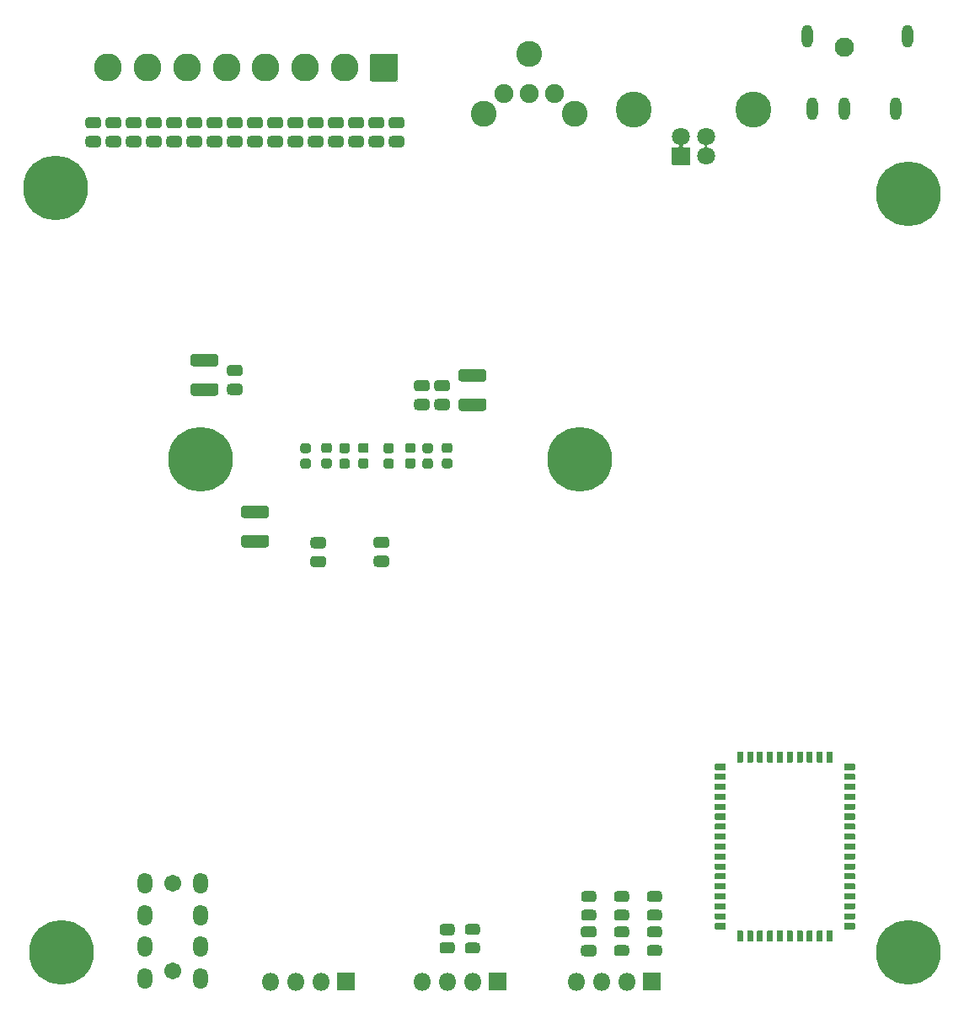
<source format=gbr>
G04 #@! TF.GenerationSoftware,KiCad,Pcbnew,5.1.9*
G04 #@! TF.CreationDate,2021-03-28T19:34:58+08:00*
G04 #@! TF.ProjectId,digital-amplifier2,64696769-7461-46c2-9d61-6d706c696669,rev?*
G04 #@! TF.SameCoordinates,Original*
G04 #@! TF.FileFunction,Soldermask,Bot*
G04 #@! TF.FilePolarity,Negative*
%FSLAX46Y46*%
G04 Gerber Fmt 4.6, Leading zero omitted, Abs format (unit mm)*
G04 Created by KiCad (PCBNEW 5.1.9) date 2021-03-28 19:34:58*
%MOMM*%
%LPD*%
G01*
G04 APERTURE LIST*
%ADD10C,6.502000*%
%ADD11O,1.502000X2.102000*%
%ADD12C,1.702000*%
%ADD13C,1.902000*%
%ADD14C,2.602000*%
%ADD15C,2.802000*%
%ADD16O,1.802000X1.802000*%
%ADD17C,3.602000*%
%ADD18C,1.802000*%
%ADD19C,1.952000*%
%ADD20O,1.102000X2.302000*%
%ADD21C,0.100000*%
G04 APERTURE END LIST*
G36*
G01*
X120353000Y-141998000D02*
X120353000Y-141498000D01*
G75*
G02*
X120404000Y-141447000I51000J0D01*
G01*
X121404000Y-141447000D01*
G75*
G02*
X121455000Y-141498000I0J-51000D01*
G01*
X121455000Y-141998000D01*
G75*
G02*
X121404000Y-142049000I-51000J0D01*
G01*
X120404000Y-142049000D01*
G75*
G02*
X120353000Y-141998000I0J51000D01*
G01*
G37*
G36*
G01*
X120353000Y-140998000D02*
X120353000Y-140498000D01*
G75*
G02*
X120404000Y-140447000I51000J0D01*
G01*
X121404000Y-140447000D01*
G75*
G02*
X121455000Y-140498000I0J-51000D01*
G01*
X121455000Y-140998000D01*
G75*
G02*
X121404000Y-141049000I-51000J0D01*
G01*
X120404000Y-141049000D01*
G75*
G02*
X120353000Y-140998000I0J51000D01*
G01*
G37*
G36*
G01*
X120353000Y-139998000D02*
X120353000Y-139498000D01*
G75*
G02*
X120404000Y-139447000I51000J0D01*
G01*
X121404000Y-139447000D01*
G75*
G02*
X121455000Y-139498000I0J-51000D01*
G01*
X121455000Y-139998000D01*
G75*
G02*
X121404000Y-140049000I-51000J0D01*
G01*
X120404000Y-140049000D01*
G75*
G02*
X120353000Y-139998000I0J51000D01*
G01*
G37*
G36*
G01*
X120353000Y-138998000D02*
X120353000Y-138498000D01*
G75*
G02*
X120404000Y-138447000I51000J0D01*
G01*
X121404000Y-138447000D01*
G75*
G02*
X121455000Y-138498000I0J-51000D01*
G01*
X121455000Y-138998000D01*
G75*
G02*
X121404000Y-139049000I-51000J0D01*
G01*
X120404000Y-139049000D01*
G75*
G02*
X120353000Y-138998000I0J51000D01*
G01*
G37*
G36*
G01*
X120353000Y-137998000D02*
X120353000Y-137498000D01*
G75*
G02*
X120404000Y-137447000I51000J0D01*
G01*
X121404000Y-137447000D01*
G75*
G02*
X121455000Y-137498000I0J-51000D01*
G01*
X121455000Y-137998000D01*
G75*
G02*
X121404000Y-138049000I-51000J0D01*
G01*
X120404000Y-138049000D01*
G75*
G02*
X120353000Y-137998000I0J51000D01*
G01*
G37*
G36*
G01*
X120353000Y-136998000D02*
X120353000Y-136498000D01*
G75*
G02*
X120404000Y-136447000I51000J0D01*
G01*
X121404000Y-136447000D01*
G75*
G02*
X121455000Y-136498000I0J-51000D01*
G01*
X121455000Y-136998000D01*
G75*
G02*
X121404000Y-137049000I-51000J0D01*
G01*
X120404000Y-137049000D01*
G75*
G02*
X120353000Y-136998000I0J51000D01*
G01*
G37*
G36*
G01*
X120353000Y-135998000D02*
X120353000Y-135498000D01*
G75*
G02*
X120404000Y-135447000I51000J0D01*
G01*
X121404000Y-135447000D01*
G75*
G02*
X121455000Y-135498000I0J-51000D01*
G01*
X121455000Y-135998000D01*
G75*
G02*
X121404000Y-136049000I-51000J0D01*
G01*
X120404000Y-136049000D01*
G75*
G02*
X120353000Y-135998000I0J51000D01*
G01*
G37*
G36*
G01*
X120353000Y-134998000D02*
X120353000Y-134498000D01*
G75*
G02*
X120404000Y-134447000I51000J0D01*
G01*
X121404000Y-134447000D01*
G75*
G02*
X121455000Y-134498000I0J-51000D01*
G01*
X121455000Y-134998000D01*
G75*
G02*
X121404000Y-135049000I-51000J0D01*
G01*
X120404000Y-135049000D01*
G75*
G02*
X120353000Y-134998000I0J51000D01*
G01*
G37*
G36*
G01*
X120353000Y-133998000D02*
X120353000Y-133498000D01*
G75*
G02*
X120404000Y-133447000I51000J0D01*
G01*
X121404000Y-133447000D01*
G75*
G02*
X121455000Y-133498000I0J-51000D01*
G01*
X121455000Y-133998000D01*
G75*
G02*
X121404000Y-134049000I-51000J0D01*
G01*
X120404000Y-134049000D01*
G75*
G02*
X120353000Y-133998000I0J51000D01*
G01*
G37*
G36*
G01*
X120353000Y-132998000D02*
X120353000Y-132498000D01*
G75*
G02*
X120404000Y-132447000I51000J0D01*
G01*
X121404000Y-132447000D01*
G75*
G02*
X121455000Y-132498000I0J-51000D01*
G01*
X121455000Y-132998000D01*
G75*
G02*
X121404000Y-133049000I-51000J0D01*
G01*
X120404000Y-133049000D01*
G75*
G02*
X120353000Y-132998000I0J51000D01*
G01*
G37*
G36*
G01*
X120353000Y-131998000D02*
X120353000Y-131498000D01*
G75*
G02*
X120404000Y-131447000I51000J0D01*
G01*
X121404000Y-131447000D01*
G75*
G02*
X121455000Y-131498000I0J-51000D01*
G01*
X121455000Y-131998000D01*
G75*
G02*
X121404000Y-132049000I-51000J0D01*
G01*
X120404000Y-132049000D01*
G75*
G02*
X120353000Y-131998000I0J51000D01*
G01*
G37*
G36*
G01*
X120353000Y-130998000D02*
X120353000Y-130498000D01*
G75*
G02*
X120404000Y-130447000I51000J0D01*
G01*
X121404000Y-130447000D01*
G75*
G02*
X121455000Y-130498000I0J-51000D01*
G01*
X121455000Y-130998000D01*
G75*
G02*
X121404000Y-131049000I-51000J0D01*
G01*
X120404000Y-131049000D01*
G75*
G02*
X120353000Y-130998000I0J51000D01*
G01*
G37*
G36*
G01*
X120353000Y-129998000D02*
X120353000Y-129498000D01*
G75*
G02*
X120404000Y-129447000I51000J0D01*
G01*
X121404000Y-129447000D01*
G75*
G02*
X121455000Y-129498000I0J-51000D01*
G01*
X121455000Y-129998000D01*
G75*
G02*
X121404000Y-130049000I-51000J0D01*
G01*
X120404000Y-130049000D01*
G75*
G02*
X120353000Y-129998000I0J51000D01*
G01*
G37*
G36*
G01*
X120353000Y-128998000D02*
X120353000Y-128498000D01*
G75*
G02*
X120404000Y-128447000I51000J0D01*
G01*
X121404000Y-128447000D01*
G75*
G02*
X121455000Y-128498000I0J-51000D01*
G01*
X121455000Y-128998000D01*
G75*
G02*
X121404000Y-129049000I-51000J0D01*
G01*
X120404000Y-129049000D01*
G75*
G02*
X120353000Y-128998000I0J51000D01*
G01*
G37*
G36*
G01*
X120353000Y-127998000D02*
X120353000Y-127498000D01*
G75*
G02*
X120404000Y-127447000I51000J0D01*
G01*
X121404000Y-127447000D01*
G75*
G02*
X121455000Y-127498000I0J-51000D01*
G01*
X121455000Y-127998000D01*
G75*
G02*
X121404000Y-128049000I-51000J0D01*
G01*
X120404000Y-128049000D01*
G75*
G02*
X120353000Y-127998000I0J51000D01*
G01*
G37*
G36*
G01*
X120353000Y-126998000D02*
X120353000Y-126498000D01*
G75*
G02*
X120404000Y-126447000I51000J0D01*
G01*
X121404000Y-126447000D01*
G75*
G02*
X121455000Y-126498000I0J-51000D01*
G01*
X121455000Y-126998000D01*
G75*
G02*
X121404000Y-127049000I-51000J0D01*
G01*
X120404000Y-127049000D01*
G75*
G02*
X120353000Y-126998000I0J51000D01*
G01*
G37*
G36*
G01*
X120353000Y-125998000D02*
X120353000Y-125498000D01*
G75*
G02*
X120404000Y-125447000I51000J0D01*
G01*
X121404000Y-125447000D01*
G75*
G02*
X121455000Y-125498000I0J-51000D01*
G01*
X121455000Y-125998000D01*
G75*
G02*
X121404000Y-126049000I-51000J0D01*
G01*
X120404000Y-126049000D01*
G75*
G02*
X120353000Y-125998000I0J51000D01*
G01*
G37*
G36*
G01*
X122603000Y-125248000D02*
X122603000Y-124248000D01*
G75*
G02*
X122654000Y-124197000I51000J0D01*
G01*
X123154000Y-124197000D01*
G75*
G02*
X123205000Y-124248000I0J-51000D01*
G01*
X123205000Y-125248000D01*
G75*
G02*
X123154000Y-125299000I-51000J0D01*
G01*
X122654000Y-125299000D01*
G75*
G02*
X122603000Y-125248000I0J51000D01*
G01*
G37*
G36*
G01*
X123603000Y-125248000D02*
X123603000Y-124248000D01*
G75*
G02*
X123654000Y-124197000I51000J0D01*
G01*
X124154000Y-124197000D01*
G75*
G02*
X124205000Y-124248000I0J-51000D01*
G01*
X124205000Y-125248000D01*
G75*
G02*
X124154000Y-125299000I-51000J0D01*
G01*
X123654000Y-125299000D01*
G75*
G02*
X123603000Y-125248000I0J51000D01*
G01*
G37*
G36*
G01*
X124603000Y-125248000D02*
X124603000Y-124248000D01*
G75*
G02*
X124654000Y-124197000I51000J0D01*
G01*
X125154000Y-124197000D01*
G75*
G02*
X125205000Y-124248000I0J-51000D01*
G01*
X125205000Y-125248000D01*
G75*
G02*
X125154000Y-125299000I-51000J0D01*
G01*
X124654000Y-125299000D01*
G75*
G02*
X124603000Y-125248000I0J51000D01*
G01*
G37*
G36*
G01*
X125603000Y-125248000D02*
X125603000Y-124248000D01*
G75*
G02*
X125654000Y-124197000I51000J0D01*
G01*
X126154000Y-124197000D01*
G75*
G02*
X126205000Y-124248000I0J-51000D01*
G01*
X126205000Y-125248000D01*
G75*
G02*
X126154000Y-125299000I-51000J0D01*
G01*
X125654000Y-125299000D01*
G75*
G02*
X125603000Y-125248000I0J51000D01*
G01*
G37*
G36*
G01*
X126603000Y-125248000D02*
X126603000Y-124248000D01*
G75*
G02*
X126654000Y-124197000I51000J0D01*
G01*
X127154000Y-124197000D01*
G75*
G02*
X127205000Y-124248000I0J-51000D01*
G01*
X127205000Y-125248000D01*
G75*
G02*
X127154000Y-125299000I-51000J0D01*
G01*
X126654000Y-125299000D01*
G75*
G02*
X126603000Y-125248000I0J51000D01*
G01*
G37*
G36*
G01*
X127603000Y-125248000D02*
X127603000Y-124248000D01*
G75*
G02*
X127654000Y-124197000I51000J0D01*
G01*
X128154000Y-124197000D01*
G75*
G02*
X128205000Y-124248000I0J-51000D01*
G01*
X128205000Y-125248000D01*
G75*
G02*
X128154000Y-125299000I-51000J0D01*
G01*
X127654000Y-125299000D01*
G75*
G02*
X127603000Y-125248000I0J51000D01*
G01*
G37*
G36*
G01*
X128603000Y-125248000D02*
X128603000Y-124248000D01*
G75*
G02*
X128654000Y-124197000I51000J0D01*
G01*
X129154000Y-124197000D01*
G75*
G02*
X129205000Y-124248000I0J-51000D01*
G01*
X129205000Y-125248000D01*
G75*
G02*
X129154000Y-125299000I-51000J0D01*
G01*
X128654000Y-125299000D01*
G75*
G02*
X128603000Y-125248000I0J51000D01*
G01*
G37*
G36*
G01*
X129603000Y-125248000D02*
X129603000Y-124248000D01*
G75*
G02*
X129654000Y-124197000I51000J0D01*
G01*
X130154000Y-124197000D01*
G75*
G02*
X130205000Y-124248000I0J-51000D01*
G01*
X130205000Y-125248000D01*
G75*
G02*
X130154000Y-125299000I-51000J0D01*
G01*
X129654000Y-125299000D01*
G75*
G02*
X129603000Y-125248000I0J51000D01*
G01*
G37*
G36*
G01*
X130603000Y-125248000D02*
X130603000Y-124248000D01*
G75*
G02*
X130654000Y-124197000I51000J0D01*
G01*
X131154000Y-124197000D01*
G75*
G02*
X131205000Y-124248000I0J-51000D01*
G01*
X131205000Y-125248000D01*
G75*
G02*
X131154000Y-125299000I-51000J0D01*
G01*
X130654000Y-125299000D01*
G75*
G02*
X130603000Y-125248000I0J51000D01*
G01*
G37*
G36*
G01*
X131603000Y-125248000D02*
X131603000Y-124248000D01*
G75*
G02*
X131654000Y-124197000I51000J0D01*
G01*
X132154000Y-124197000D01*
G75*
G02*
X132205000Y-124248000I0J-51000D01*
G01*
X132205000Y-125248000D01*
G75*
G02*
X132154000Y-125299000I-51000J0D01*
G01*
X131654000Y-125299000D01*
G75*
G02*
X131603000Y-125248000I0J51000D01*
G01*
G37*
G36*
G01*
X131603000Y-143248000D02*
X131603000Y-142248000D01*
G75*
G02*
X131654000Y-142197000I51000J0D01*
G01*
X132154000Y-142197000D01*
G75*
G02*
X132205000Y-142248000I0J-51000D01*
G01*
X132205000Y-143248000D01*
G75*
G02*
X132154000Y-143299000I-51000J0D01*
G01*
X131654000Y-143299000D01*
G75*
G02*
X131603000Y-143248000I0J51000D01*
G01*
G37*
G36*
G01*
X124603000Y-143248000D02*
X124603000Y-142248000D01*
G75*
G02*
X124654000Y-142197000I51000J0D01*
G01*
X125154000Y-142197000D01*
G75*
G02*
X125205000Y-142248000I0J-51000D01*
G01*
X125205000Y-143248000D01*
G75*
G02*
X125154000Y-143299000I-51000J0D01*
G01*
X124654000Y-143299000D01*
G75*
G02*
X124603000Y-143248000I0J51000D01*
G01*
G37*
G36*
G01*
X127603000Y-143248000D02*
X127603000Y-142248000D01*
G75*
G02*
X127654000Y-142197000I51000J0D01*
G01*
X128154000Y-142197000D01*
G75*
G02*
X128205000Y-142248000I0J-51000D01*
G01*
X128205000Y-143248000D01*
G75*
G02*
X128154000Y-143299000I-51000J0D01*
G01*
X127654000Y-143299000D01*
G75*
G02*
X127603000Y-143248000I0J51000D01*
G01*
G37*
G36*
G01*
X125603000Y-143248000D02*
X125603000Y-142248000D01*
G75*
G02*
X125654000Y-142197000I51000J0D01*
G01*
X126154000Y-142197000D01*
G75*
G02*
X126205000Y-142248000I0J-51000D01*
G01*
X126205000Y-143248000D01*
G75*
G02*
X126154000Y-143299000I-51000J0D01*
G01*
X125654000Y-143299000D01*
G75*
G02*
X125603000Y-143248000I0J51000D01*
G01*
G37*
G36*
G01*
X130603000Y-143248000D02*
X130603000Y-142248000D01*
G75*
G02*
X130654000Y-142197000I51000J0D01*
G01*
X131154000Y-142197000D01*
G75*
G02*
X131205000Y-142248000I0J-51000D01*
G01*
X131205000Y-143248000D01*
G75*
G02*
X131154000Y-143299000I-51000J0D01*
G01*
X130654000Y-143299000D01*
G75*
G02*
X130603000Y-143248000I0J51000D01*
G01*
G37*
G36*
G01*
X126603000Y-143248000D02*
X126603000Y-142248000D01*
G75*
G02*
X126654000Y-142197000I51000J0D01*
G01*
X127154000Y-142197000D01*
G75*
G02*
X127205000Y-142248000I0J-51000D01*
G01*
X127205000Y-143248000D01*
G75*
G02*
X127154000Y-143299000I-51000J0D01*
G01*
X126654000Y-143299000D01*
G75*
G02*
X126603000Y-143248000I0J51000D01*
G01*
G37*
G36*
G01*
X123603000Y-143248000D02*
X123603000Y-142248000D01*
G75*
G02*
X123654000Y-142197000I51000J0D01*
G01*
X124154000Y-142197000D01*
G75*
G02*
X124205000Y-142248000I0J-51000D01*
G01*
X124205000Y-143248000D01*
G75*
G02*
X124154000Y-143299000I-51000J0D01*
G01*
X123654000Y-143299000D01*
G75*
G02*
X123603000Y-143248000I0J51000D01*
G01*
G37*
G36*
G01*
X128603000Y-143248000D02*
X128603000Y-142248000D01*
G75*
G02*
X128654000Y-142197000I51000J0D01*
G01*
X129154000Y-142197000D01*
G75*
G02*
X129205000Y-142248000I0J-51000D01*
G01*
X129205000Y-143248000D01*
G75*
G02*
X129154000Y-143299000I-51000J0D01*
G01*
X128654000Y-143299000D01*
G75*
G02*
X128603000Y-143248000I0J51000D01*
G01*
G37*
G36*
G01*
X129603000Y-143248000D02*
X129603000Y-142248000D01*
G75*
G02*
X129654000Y-142197000I51000J0D01*
G01*
X130154000Y-142197000D01*
G75*
G02*
X130205000Y-142248000I0J-51000D01*
G01*
X130205000Y-143248000D01*
G75*
G02*
X130154000Y-143299000I-51000J0D01*
G01*
X129654000Y-143299000D01*
G75*
G02*
X129603000Y-143248000I0J51000D01*
G01*
G37*
G36*
G01*
X122603000Y-143248000D02*
X122603000Y-142248000D01*
G75*
G02*
X122654000Y-142197000I51000J0D01*
G01*
X123154000Y-142197000D01*
G75*
G02*
X123205000Y-142248000I0J-51000D01*
G01*
X123205000Y-143248000D01*
G75*
G02*
X123154000Y-143299000I-51000J0D01*
G01*
X122654000Y-143299000D01*
G75*
G02*
X122603000Y-143248000I0J51000D01*
G01*
G37*
G36*
G01*
X133353000Y-130998000D02*
X133353000Y-130498000D01*
G75*
G02*
X133404000Y-130447000I51000J0D01*
G01*
X134404000Y-130447000D01*
G75*
G02*
X134455000Y-130498000I0J-51000D01*
G01*
X134455000Y-130998000D01*
G75*
G02*
X134404000Y-131049000I-51000J0D01*
G01*
X133404000Y-131049000D01*
G75*
G02*
X133353000Y-130998000I0J51000D01*
G01*
G37*
G36*
G01*
X133353000Y-126998000D02*
X133353000Y-126498000D01*
G75*
G02*
X133404000Y-126447000I51000J0D01*
G01*
X134404000Y-126447000D01*
G75*
G02*
X134455000Y-126498000I0J-51000D01*
G01*
X134455000Y-126998000D01*
G75*
G02*
X134404000Y-127049000I-51000J0D01*
G01*
X133404000Y-127049000D01*
G75*
G02*
X133353000Y-126998000I0J51000D01*
G01*
G37*
G36*
G01*
X133353000Y-138998000D02*
X133353000Y-138498000D01*
G75*
G02*
X133404000Y-138447000I51000J0D01*
G01*
X134404000Y-138447000D01*
G75*
G02*
X134455000Y-138498000I0J-51000D01*
G01*
X134455000Y-138998000D01*
G75*
G02*
X134404000Y-139049000I-51000J0D01*
G01*
X133404000Y-139049000D01*
G75*
G02*
X133353000Y-138998000I0J51000D01*
G01*
G37*
G36*
G01*
X133353000Y-137998000D02*
X133353000Y-137498000D01*
G75*
G02*
X133404000Y-137447000I51000J0D01*
G01*
X134404000Y-137447000D01*
G75*
G02*
X134455000Y-137498000I0J-51000D01*
G01*
X134455000Y-137998000D01*
G75*
G02*
X134404000Y-138049000I-51000J0D01*
G01*
X133404000Y-138049000D01*
G75*
G02*
X133353000Y-137998000I0J51000D01*
G01*
G37*
G36*
G01*
X133353000Y-140998000D02*
X133353000Y-140498000D01*
G75*
G02*
X133404000Y-140447000I51000J0D01*
G01*
X134404000Y-140447000D01*
G75*
G02*
X134455000Y-140498000I0J-51000D01*
G01*
X134455000Y-140998000D01*
G75*
G02*
X134404000Y-141049000I-51000J0D01*
G01*
X133404000Y-141049000D01*
G75*
G02*
X133353000Y-140998000I0J51000D01*
G01*
G37*
G36*
G01*
X133353000Y-135998000D02*
X133353000Y-135498000D01*
G75*
G02*
X133404000Y-135447000I51000J0D01*
G01*
X134404000Y-135447000D01*
G75*
G02*
X134455000Y-135498000I0J-51000D01*
G01*
X134455000Y-135998000D01*
G75*
G02*
X134404000Y-136049000I-51000J0D01*
G01*
X133404000Y-136049000D01*
G75*
G02*
X133353000Y-135998000I0J51000D01*
G01*
G37*
G36*
G01*
X133353000Y-131998000D02*
X133353000Y-131498000D01*
G75*
G02*
X133404000Y-131447000I51000J0D01*
G01*
X134404000Y-131447000D01*
G75*
G02*
X134455000Y-131498000I0J-51000D01*
G01*
X134455000Y-131998000D01*
G75*
G02*
X134404000Y-132049000I-51000J0D01*
G01*
X133404000Y-132049000D01*
G75*
G02*
X133353000Y-131998000I0J51000D01*
G01*
G37*
G36*
G01*
X133353000Y-128998000D02*
X133353000Y-128498000D01*
G75*
G02*
X133404000Y-128447000I51000J0D01*
G01*
X134404000Y-128447000D01*
G75*
G02*
X134455000Y-128498000I0J-51000D01*
G01*
X134455000Y-128998000D01*
G75*
G02*
X134404000Y-129049000I-51000J0D01*
G01*
X133404000Y-129049000D01*
G75*
G02*
X133353000Y-128998000I0J51000D01*
G01*
G37*
G36*
G01*
X133353000Y-139998000D02*
X133353000Y-139498000D01*
G75*
G02*
X133404000Y-139447000I51000J0D01*
G01*
X134404000Y-139447000D01*
G75*
G02*
X134455000Y-139498000I0J-51000D01*
G01*
X134455000Y-139998000D01*
G75*
G02*
X134404000Y-140049000I-51000J0D01*
G01*
X133404000Y-140049000D01*
G75*
G02*
X133353000Y-139998000I0J51000D01*
G01*
G37*
G36*
G01*
X133353000Y-127998000D02*
X133353000Y-127498000D01*
G75*
G02*
X133404000Y-127447000I51000J0D01*
G01*
X134404000Y-127447000D01*
G75*
G02*
X134455000Y-127498000I0J-51000D01*
G01*
X134455000Y-127998000D01*
G75*
G02*
X134404000Y-128049000I-51000J0D01*
G01*
X133404000Y-128049000D01*
G75*
G02*
X133353000Y-127998000I0J51000D01*
G01*
G37*
G36*
G01*
X133353000Y-136998000D02*
X133353000Y-136498000D01*
G75*
G02*
X133404000Y-136447000I51000J0D01*
G01*
X134404000Y-136447000D01*
G75*
G02*
X134455000Y-136498000I0J-51000D01*
G01*
X134455000Y-136998000D01*
G75*
G02*
X134404000Y-137049000I-51000J0D01*
G01*
X133404000Y-137049000D01*
G75*
G02*
X133353000Y-136998000I0J51000D01*
G01*
G37*
G36*
G01*
X133353000Y-134998000D02*
X133353000Y-134498000D01*
G75*
G02*
X133404000Y-134447000I51000J0D01*
G01*
X134404000Y-134447000D01*
G75*
G02*
X134455000Y-134498000I0J-51000D01*
G01*
X134455000Y-134998000D01*
G75*
G02*
X134404000Y-135049000I-51000J0D01*
G01*
X133404000Y-135049000D01*
G75*
G02*
X133353000Y-134998000I0J51000D01*
G01*
G37*
G36*
G01*
X133353000Y-141998000D02*
X133353000Y-141498000D01*
G75*
G02*
X133404000Y-141447000I51000J0D01*
G01*
X134404000Y-141447000D01*
G75*
G02*
X134455000Y-141498000I0J-51000D01*
G01*
X134455000Y-141998000D01*
G75*
G02*
X134404000Y-142049000I-51000J0D01*
G01*
X133404000Y-142049000D01*
G75*
G02*
X133353000Y-141998000I0J51000D01*
G01*
G37*
G36*
G01*
X133353000Y-133998000D02*
X133353000Y-133498000D01*
G75*
G02*
X133404000Y-133447000I51000J0D01*
G01*
X134404000Y-133447000D01*
G75*
G02*
X134455000Y-133498000I0J-51000D01*
G01*
X134455000Y-133998000D01*
G75*
G02*
X134404000Y-134049000I-51000J0D01*
G01*
X133404000Y-134049000D01*
G75*
G02*
X133353000Y-133998000I0J51000D01*
G01*
G37*
G36*
G01*
X133353000Y-132998000D02*
X133353000Y-132498000D01*
G75*
G02*
X133404000Y-132447000I51000J0D01*
G01*
X134404000Y-132447000D01*
G75*
G02*
X134455000Y-132498000I0J-51000D01*
G01*
X134455000Y-132998000D01*
G75*
G02*
X134404000Y-133049000I-51000J0D01*
G01*
X133404000Y-133049000D01*
G75*
G02*
X133353000Y-132998000I0J51000D01*
G01*
G37*
G36*
G01*
X133353000Y-125998000D02*
X133353000Y-125498000D01*
G75*
G02*
X133404000Y-125447000I51000J0D01*
G01*
X134404000Y-125447000D01*
G75*
G02*
X134455000Y-125498000I0J-51000D01*
G01*
X134455000Y-125998000D01*
G75*
G02*
X134404000Y-126049000I-51000J0D01*
G01*
X133404000Y-126049000D01*
G75*
G02*
X133353000Y-125998000I0J51000D01*
G01*
G37*
G36*
G01*
X133353000Y-129998000D02*
X133353000Y-129498000D01*
G75*
G02*
X133404000Y-129447000I51000J0D01*
G01*
X134404000Y-129447000D01*
G75*
G02*
X134455000Y-129498000I0J-51000D01*
G01*
X134455000Y-129998000D01*
G75*
G02*
X134404000Y-130049000I-51000J0D01*
G01*
X133404000Y-130049000D01*
G75*
G02*
X133353000Y-129998000I0J51000D01*
G01*
G37*
D10*
X106807000Y-94869000D03*
X68707000Y-94869000D03*
D11*
X63107000Y-147014000D03*
X63107000Y-143814000D03*
X63107000Y-140614000D03*
X63107000Y-137414000D03*
D12*
X65907000Y-137414000D03*
X65907000Y-146214000D03*
D11*
X68707000Y-143814000D03*
X68707000Y-140614000D03*
X68707000Y-137414000D03*
X68707000Y-147014000D03*
D13*
X104267000Y-58087250D03*
X99187000Y-58087250D03*
X101727000Y-58087250D03*
D14*
X101727000Y-54137250D03*
X97127000Y-60137250D03*
X106327000Y-60137250D03*
G36*
G01*
X92995876Y-143351000D02*
X93948124Y-143351000D01*
G75*
G02*
X94223000Y-143625876I0J-274876D01*
G01*
X94223000Y-144203124D01*
G75*
G02*
X93948124Y-144478000I-274876J0D01*
G01*
X92995876Y-144478000D01*
G75*
G02*
X92721000Y-144203124I0J274876D01*
G01*
X92721000Y-143625876D01*
G75*
G02*
X92995876Y-143351000I274876J0D01*
G01*
G37*
G36*
G01*
X92995876Y-141526000D02*
X93948124Y-141526000D01*
G75*
G02*
X94223000Y-141800876I0J-274876D01*
G01*
X94223000Y-142378124D01*
G75*
G02*
X93948124Y-142653000I-274876J0D01*
G01*
X92995876Y-142653000D01*
G75*
G02*
X92721000Y-142378124I0J274876D01*
G01*
X92721000Y-141800876D01*
G75*
G02*
X92995876Y-141526000I274876J0D01*
G01*
G37*
D15*
X59402000Y-55499000D03*
X63362000Y-55499000D03*
X67322000Y-55499000D03*
X71282000Y-55499000D03*
X75242000Y-55499000D03*
X79202000Y-55499000D03*
X83162000Y-55499000D03*
G36*
G01*
X88523000Y-54357445D02*
X88523000Y-56640555D01*
G75*
G02*
X88263555Y-56900000I-259445J0D01*
G01*
X85980445Y-56900000D01*
G75*
G02*
X85721000Y-56640555I0J259445D01*
G01*
X85721000Y-54357445D01*
G75*
G02*
X85980445Y-54098000I259445J0D01*
G01*
X88263555Y-54098000D01*
G75*
G02*
X88523000Y-54357445I0J-259445D01*
G01*
G37*
D16*
X75692000Y-147320000D03*
X78232000Y-147320000D03*
X80772000Y-147320000D03*
G36*
G01*
X82462000Y-146419000D02*
X84162000Y-146419000D01*
G75*
G02*
X84213000Y-146470000I0J-51000D01*
G01*
X84213000Y-148170000D01*
G75*
G02*
X84162000Y-148221000I-51000J0D01*
G01*
X82462000Y-148221000D01*
G75*
G02*
X82411000Y-148170000I0J51000D01*
G01*
X82411000Y-146470000D01*
G75*
G02*
X82462000Y-146419000I51000J0D01*
G01*
G37*
X106426000Y-147320000D03*
X108966000Y-147320000D03*
X111506000Y-147320000D03*
G36*
G01*
X113196000Y-146419000D02*
X114896000Y-146419000D01*
G75*
G02*
X114947000Y-146470000I0J-51000D01*
G01*
X114947000Y-148170000D01*
G75*
G02*
X114896000Y-148221000I-51000J0D01*
G01*
X113196000Y-148221000D01*
G75*
G02*
X113145000Y-148170000I0J51000D01*
G01*
X113145000Y-146470000D01*
G75*
G02*
X113196000Y-146419000I51000J0D01*
G01*
G37*
D17*
X124237000Y-59679000D03*
X112197000Y-59679000D03*
D18*
X116967000Y-62389000D03*
X119467000Y-62389000D03*
X119467000Y-64389000D03*
G36*
G01*
X117817000Y-65290000D02*
X116117000Y-65290000D01*
G75*
G02*
X116066000Y-65239000I0J51000D01*
G01*
X116066000Y-63539000D01*
G75*
G02*
X116117000Y-63488000I51000J0D01*
G01*
X117817000Y-63488000D01*
G75*
G02*
X117868000Y-63539000I0J-51000D01*
G01*
X117868000Y-65239000D01*
G75*
G02*
X117817000Y-65290000I-51000J0D01*
G01*
G37*
D16*
X90932000Y-147320000D03*
X93472000Y-147320000D03*
X96012000Y-147320000D03*
G36*
G01*
X97702000Y-146419000D02*
X99402000Y-146419000D01*
G75*
G02*
X99453000Y-146470000I0J-51000D01*
G01*
X99453000Y-148170000D01*
G75*
G02*
X99402000Y-148221000I-51000J0D01*
G01*
X97702000Y-148221000D01*
G75*
G02*
X97651000Y-148170000I0J51000D01*
G01*
X97651000Y-146470000D01*
G75*
G02*
X97702000Y-146419000I51000J0D01*
G01*
G37*
G36*
G01*
X86367500Y-104539000D02*
X87368500Y-104539000D01*
G75*
G02*
X87644000Y-104814500I0J-275500D01*
G01*
X87644000Y-105365500D01*
G75*
G02*
X87368500Y-105641000I-275500J0D01*
G01*
X86367500Y-105641000D01*
G75*
G02*
X86092000Y-105365500I0J275500D01*
G01*
X86092000Y-104814500D01*
G75*
G02*
X86367500Y-104539000I275500J0D01*
G01*
G37*
G36*
G01*
X86367500Y-102639000D02*
X87368500Y-102639000D01*
G75*
G02*
X87644000Y-102914500I0J-275500D01*
G01*
X87644000Y-103465500D01*
G75*
G02*
X87368500Y-103741000I-275500J0D01*
G01*
X86367500Y-103741000D01*
G75*
G02*
X86092000Y-103465500I0J275500D01*
G01*
X86092000Y-102914500D01*
G75*
G02*
X86367500Y-102639000I275500J0D01*
G01*
G37*
G36*
G01*
X81018500Y-103778001D02*
X80017500Y-103778001D01*
G75*
G02*
X79742000Y-103502501I0J275500D01*
G01*
X79742000Y-102951501D01*
G75*
G02*
X80017500Y-102676001I275500J0D01*
G01*
X81018500Y-102676001D01*
G75*
G02*
X81294000Y-102951501I0J-275500D01*
G01*
X81294000Y-103502501D01*
G75*
G02*
X81018500Y-103778001I-275500J0D01*
G01*
G37*
G36*
G01*
X81018500Y-105678001D02*
X80017500Y-105678001D01*
G75*
G02*
X79742000Y-105402501I0J275500D01*
G01*
X79742000Y-104851501D01*
G75*
G02*
X80017500Y-104576001I275500J0D01*
G01*
X81018500Y-104576001D01*
G75*
G02*
X81294000Y-104851501I0J-275500D01*
G01*
X81294000Y-105402501D01*
G75*
G02*
X81018500Y-105678001I-275500J0D01*
G01*
G37*
G36*
G01*
X91432500Y-87993000D02*
X90431500Y-87993000D01*
G75*
G02*
X90156000Y-87717500I0J275500D01*
G01*
X90156000Y-87166500D01*
G75*
G02*
X90431500Y-86891000I275500J0D01*
G01*
X91432500Y-86891000D01*
G75*
G02*
X91708000Y-87166500I0J-275500D01*
G01*
X91708000Y-87717500D01*
G75*
G02*
X91432500Y-87993000I-275500J0D01*
G01*
G37*
G36*
G01*
X91432500Y-89893000D02*
X90431500Y-89893000D01*
G75*
G02*
X90156000Y-89617500I0J275500D01*
G01*
X90156000Y-89066500D01*
G75*
G02*
X90431500Y-88791000I275500J0D01*
G01*
X91432500Y-88791000D01*
G75*
G02*
X91708000Y-89066500I0J-275500D01*
G01*
X91708000Y-89617500D01*
G75*
G02*
X91432500Y-89893000I-275500J0D01*
G01*
G37*
G36*
G01*
X93464500Y-87993000D02*
X92463500Y-87993000D01*
G75*
G02*
X92188000Y-87717500I0J275500D01*
G01*
X92188000Y-87166500D01*
G75*
G02*
X92463500Y-86891000I275500J0D01*
G01*
X93464500Y-86891000D01*
G75*
G02*
X93740000Y-87166500I0J-275500D01*
G01*
X93740000Y-87717500D01*
G75*
G02*
X93464500Y-87993000I-275500J0D01*
G01*
G37*
G36*
G01*
X93464500Y-89893000D02*
X92463500Y-89893000D01*
G75*
G02*
X92188000Y-89617500I0J275500D01*
G01*
X92188000Y-89066500D01*
G75*
G02*
X92463500Y-88791000I275500J0D01*
G01*
X93464500Y-88791000D01*
G75*
G02*
X93740000Y-89066500I0J-275500D01*
G01*
X93740000Y-89617500D01*
G75*
G02*
X93464500Y-89893000I-275500J0D01*
G01*
G37*
G36*
G01*
X70216828Y-85511000D02*
X67959172Y-85511000D01*
G75*
G02*
X67687000Y-85238828I0J272172D01*
G01*
X67687000Y-84531172D01*
G75*
G02*
X67959172Y-84259000I272172J0D01*
G01*
X70216828Y-84259000D01*
G75*
G02*
X70489000Y-84531172I0J-272172D01*
G01*
X70489000Y-85238828D01*
G75*
G02*
X70216828Y-85511000I-272172J0D01*
G01*
G37*
G36*
G01*
X70216828Y-88461000D02*
X67959172Y-88461000D01*
G75*
G02*
X67687000Y-88188828I0J272172D01*
G01*
X67687000Y-87481172D01*
G75*
G02*
X67959172Y-87209000I272172J0D01*
G01*
X70216828Y-87209000D01*
G75*
G02*
X70489000Y-87481172I0J-272172D01*
G01*
X70489000Y-88188828D01*
G75*
G02*
X70216828Y-88461000I-272172J0D01*
G01*
G37*
G36*
G01*
X97140828Y-87035000D02*
X94883172Y-87035000D01*
G75*
G02*
X94611000Y-86762828I0J272172D01*
G01*
X94611000Y-86055172D01*
G75*
G02*
X94883172Y-85783000I272172J0D01*
G01*
X97140828Y-85783000D01*
G75*
G02*
X97413000Y-86055172I0J-272172D01*
G01*
X97413000Y-86762828D01*
G75*
G02*
X97140828Y-87035000I-272172J0D01*
G01*
G37*
G36*
G01*
X97140828Y-89985000D02*
X94883172Y-89985000D01*
G75*
G02*
X94611000Y-89712828I0J272172D01*
G01*
X94611000Y-89005172D01*
G75*
G02*
X94883172Y-88733000I272172J0D01*
G01*
X97140828Y-88733000D01*
G75*
G02*
X97413000Y-89005172I0J-272172D01*
G01*
X97413000Y-89712828D01*
G75*
G02*
X97140828Y-89985000I-272172J0D01*
G01*
G37*
G36*
G01*
X72636500Y-86469000D02*
X71635500Y-86469000D01*
G75*
G02*
X71360000Y-86193500I0J275500D01*
G01*
X71360000Y-85642500D01*
G75*
G02*
X71635500Y-85367000I275500J0D01*
G01*
X72636500Y-85367000D01*
G75*
G02*
X72912000Y-85642500I0J-275500D01*
G01*
X72912000Y-86193500D01*
G75*
G02*
X72636500Y-86469000I-275500J0D01*
G01*
G37*
G36*
G01*
X72636500Y-88369000D02*
X71635500Y-88369000D01*
G75*
G02*
X71360000Y-88093500I0J275500D01*
G01*
X71360000Y-87542500D01*
G75*
G02*
X71635500Y-87267000I275500J0D01*
G01*
X72636500Y-87267000D01*
G75*
G02*
X72912000Y-87542500I0J-275500D01*
G01*
X72912000Y-88093500D01*
G75*
G02*
X72636500Y-88369000I-275500J0D01*
G01*
G37*
G36*
G01*
X73039172Y-102449000D02*
X75296828Y-102449000D01*
G75*
G02*
X75569000Y-102721172I0J-272172D01*
G01*
X75569000Y-103428828D01*
G75*
G02*
X75296828Y-103701000I-272172J0D01*
G01*
X73039172Y-103701000D01*
G75*
G02*
X72767000Y-103428828I0J272172D01*
G01*
X72767000Y-102721172D01*
G75*
G02*
X73039172Y-102449000I272172J0D01*
G01*
G37*
G36*
G01*
X73039172Y-99499000D02*
X75296828Y-99499000D01*
G75*
G02*
X75569000Y-99771172I0J-272172D01*
G01*
X75569000Y-100478828D01*
G75*
G02*
X75296828Y-100751000I-272172J0D01*
G01*
X73039172Y-100751000D01*
G75*
G02*
X72767000Y-100478828I0J272172D01*
G01*
X72767000Y-99771172D01*
G75*
G02*
X73039172Y-99499000I272172J0D01*
G01*
G37*
G36*
G01*
X60444500Y-61577000D02*
X59443500Y-61577000D01*
G75*
G02*
X59168000Y-61301500I0J275500D01*
G01*
X59168000Y-60750500D01*
G75*
G02*
X59443500Y-60475000I275500J0D01*
G01*
X60444500Y-60475000D01*
G75*
G02*
X60720000Y-60750500I0J-275500D01*
G01*
X60720000Y-61301500D01*
G75*
G02*
X60444500Y-61577000I-275500J0D01*
G01*
G37*
G36*
G01*
X60444500Y-63477000D02*
X59443500Y-63477000D01*
G75*
G02*
X59168000Y-63201500I0J275500D01*
G01*
X59168000Y-62650500D01*
G75*
G02*
X59443500Y-62375000I275500J0D01*
G01*
X60444500Y-62375000D01*
G75*
G02*
X60720000Y-62650500I0J-275500D01*
G01*
X60720000Y-63201500D01*
G75*
G02*
X60444500Y-63477000I-275500J0D01*
G01*
G37*
G36*
G01*
X63507500Y-62375000D02*
X64508500Y-62375000D01*
G75*
G02*
X64784000Y-62650500I0J-275500D01*
G01*
X64784000Y-63201500D01*
G75*
G02*
X64508500Y-63477000I-275500J0D01*
G01*
X63507500Y-63477000D01*
G75*
G02*
X63232000Y-63201500I0J275500D01*
G01*
X63232000Y-62650500D01*
G75*
G02*
X63507500Y-62375000I275500J0D01*
G01*
G37*
G36*
G01*
X63507500Y-60475000D02*
X64508500Y-60475000D01*
G75*
G02*
X64784000Y-60750500I0J-275500D01*
G01*
X64784000Y-61301500D01*
G75*
G02*
X64508500Y-61577000I-275500J0D01*
G01*
X63507500Y-61577000D01*
G75*
G02*
X63232000Y-61301500I0J275500D01*
G01*
X63232000Y-60750500D01*
G75*
G02*
X63507500Y-60475000I275500J0D01*
G01*
G37*
G36*
G01*
X68572500Y-61577000D02*
X67571500Y-61577000D01*
G75*
G02*
X67296000Y-61301500I0J275500D01*
G01*
X67296000Y-60750500D01*
G75*
G02*
X67571500Y-60475000I275500J0D01*
G01*
X68572500Y-60475000D01*
G75*
G02*
X68848000Y-60750500I0J-275500D01*
G01*
X68848000Y-61301500D01*
G75*
G02*
X68572500Y-61577000I-275500J0D01*
G01*
G37*
G36*
G01*
X68572500Y-63477000D02*
X67571500Y-63477000D01*
G75*
G02*
X67296000Y-63201500I0J275500D01*
G01*
X67296000Y-62650500D01*
G75*
G02*
X67571500Y-62375000I275500J0D01*
G01*
X68572500Y-62375000D01*
G75*
G02*
X68848000Y-62650500I0J-275500D01*
G01*
X68848000Y-63201500D01*
G75*
G02*
X68572500Y-63477000I-275500J0D01*
G01*
G37*
G36*
G01*
X71635500Y-62375000D02*
X72636500Y-62375000D01*
G75*
G02*
X72912000Y-62650500I0J-275500D01*
G01*
X72912000Y-63201500D01*
G75*
G02*
X72636500Y-63477000I-275500J0D01*
G01*
X71635500Y-63477000D01*
G75*
G02*
X71360000Y-63201500I0J275500D01*
G01*
X71360000Y-62650500D01*
G75*
G02*
X71635500Y-62375000I275500J0D01*
G01*
G37*
G36*
G01*
X71635500Y-60475000D02*
X72636500Y-60475000D01*
G75*
G02*
X72912000Y-60750500I0J-275500D01*
G01*
X72912000Y-61301500D01*
G75*
G02*
X72636500Y-61577000I-275500J0D01*
G01*
X71635500Y-61577000D01*
G75*
G02*
X71360000Y-61301500I0J275500D01*
G01*
X71360000Y-60750500D01*
G75*
G02*
X71635500Y-60475000I275500J0D01*
G01*
G37*
G36*
G01*
X76700500Y-61577000D02*
X75699500Y-61577000D01*
G75*
G02*
X75424000Y-61301500I0J275500D01*
G01*
X75424000Y-60750500D01*
G75*
G02*
X75699500Y-60475000I275500J0D01*
G01*
X76700500Y-60475000D01*
G75*
G02*
X76976000Y-60750500I0J-275500D01*
G01*
X76976000Y-61301500D01*
G75*
G02*
X76700500Y-61577000I-275500J0D01*
G01*
G37*
G36*
G01*
X76700500Y-63477000D02*
X75699500Y-63477000D01*
G75*
G02*
X75424000Y-63201500I0J275500D01*
G01*
X75424000Y-62650500D01*
G75*
G02*
X75699500Y-62375000I275500J0D01*
G01*
X76700500Y-62375000D01*
G75*
G02*
X76976000Y-62650500I0J-275500D01*
G01*
X76976000Y-63201500D01*
G75*
G02*
X76700500Y-63477000I-275500J0D01*
G01*
G37*
G36*
G01*
X79763500Y-62375000D02*
X80764500Y-62375000D01*
G75*
G02*
X81040000Y-62650500I0J-275500D01*
G01*
X81040000Y-63201500D01*
G75*
G02*
X80764500Y-63477000I-275500J0D01*
G01*
X79763500Y-63477000D01*
G75*
G02*
X79488000Y-63201500I0J275500D01*
G01*
X79488000Y-62650500D01*
G75*
G02*
X79763500Y-62375000I275500J0D01*
G01*
G37*
G36*
G01*
X79763500Y-60475000D02*
X80764500Y-60475000D01*
G75*
G02*
X81040000Y-60750500I0J-275500D01*
G01*
X81040000Y-61301500D01*
G75*
G02*
X80764500Y-61577000I-275500J0D01*
G01*
X79763500Y-61577000D01*
G75*
G02*
X79488000Y-61301500I0J275500D01*
G01*
X79488000Y-60750500D01*
G75*
G02*
X79763500Y-60475000I275500J0D01*
G01*
G37*
G36*
G01*
X84828500Y-61577000D02*
X83827500Y-61577000D01*
G75*
G02*
X83552000Y-61301500I0J275500D01*
G01*
X83552000Y-60750500D01*
G75*
G02*
X83827500Y-60475000I275500J0D01*
G01*
X84828500Y-60475000D01*
G75*
G02*
X85104000Y-60750500I0J-275500D01*
G01*
X85104000Y-61301500D01*
G75*
G02*
X84828500Y-61577000I-275500J0D01*
G01*
G37*
G36*
G01*
X84828500Y-63477000D02*
X83827500Y-63477000D01*
G75*
G02*
X83552000Y-63201500I0J275500D01*
G01*
X83552000Y-62650500D01*
G75*
G02*
X83827500Y-62375000I275500J0D01*
G01*
X84828500Y-62375000D01*
G75*
G02*
X85104000Y-62650500I0J-275500D01*
G01*
X85104000Y-63201500D01*
G75*
G02*
X84828500Y-63477000I-275500J0D01*
G01*
G37*
G36*
G01*
X87891500Y-62375000D02*
X88892500Y-62375000D01*
G75*
G02*
X89168000Y-62650500I0J-275500D01*
G01*
X89168000Y-63201500D01*
G75*
G02*
X88892500Y-63477000I-275500J0D01*
G01*
X87891500Y-63477000D01*
G75*
G02*
X87616000Y-63201500I0J275500D01*
G01*
X87616000Y-62650500D01*
G75*
G02*
X87891500Y-62375000I275500J0D01*
G01*
G37*
G36*
G01*
X87891500Y-60475000D02*
X88892500Y-60475000D01*
G75*
G02*
X89168000Y-60750500I0J-275500D01*
G01*
X89168000Y-61301500D01*
G75*
G02*
X88892500Y-61577000I-275500J0D01*
G01*
X87891500Y-61577000D01*
G75*
G02*
X87616000Y-61301500I0J275500D01*
G01*
X87616000Y-60750500D01*
G75*
G02*
X87891500Y-60475000I275500J0D01*
G01*
G37*
G36*
G01*
X58412500Y-61577000D02*
X57411500Y-61577000D01*
G75*
G02*
X57136000Y-61301500I0J275500D01*
G01*
X57136000Y-60750500D01*
G75*
G02*
X57411500Y-60475000I275500J0D01*
G01*
X58412500Y-60475000D01*
G75*
G02*
X58688000Y-60750500I0J-275500D01*
G01*
X58688000Y-61301500D01*
G75*
G02*
X58412500Y-61577000I-275500J0D01*
G01*
G37*
G36*
G01*
X58412500Y-63477000D02*
X57411500Y-63477000D01*
G75*
G02*
X57136000Y-63201500I0J275500D01*
G01*
X57136000Y-62650500D01*
G75*
G02*
X57411500Y-62375000I275500J0D01*
G01*
X58412500Y-62375000D01*
G75*
G02*
X58688000Y-62650500I0J-275500D01*
G01*
X58688000Y-63201500D01*
G75*
G02*
X58412500Y-63477000I-275500J0D01*
G01*
G37*
G36*
G01*
X61475500Y-62375000D02*
X62476500Y-62375000D01*
G75*
G02*
X62752000Y-62650500I0J-275500D01*
G01*
X62752000Y-63201500D01*
G75*
G02*
X62476500Y-63477000I-275500J0D01*
G01*
X61475500Y-63477000D01*
G75*
G02*
X61200000Y-63201500I0J275500D01*
G01*
X61200000Y-62650500D01*
G75*
G02*
X61475500Y-62375000I275500J0D01*
G01*
G37*
G36*
G01*
X61475500Y-60475000D02*
X62476500Y-60475000D01*
G75*
G02*
X62752000Y-60750500I0J-275500D01*
G01*
X62752000Y-61301500D01*
G75*
G02*
X62476500Y-61577000I-275500J0D01*
G01*
X61475500Y-61577000D01*
G75*
G02*
X61200000Y-61301500I0J275500D01*
G01*
X61200000Y-60750500D01*
G75*
G02*
X61475500Y-60475000I275500J0D01*
G01*
G37*
G36*
G01*
X66540500Y-61577000D02*
X65539500Y-61577000D01*
G75*
G02*
X65264000Y-61301500I0J275500D01*
G01*
X65264000Y-60750500D01*
G75*
G02*
X65539500Y-60475000I275500J0D01*
G01*
X66540500Y-60475000D01*
G75*
G02*
X66816000Y-60750500I0J-275500D01*
G01*
X66816000Y-61301500D01*
G75*
G02*
X66540500Y-61577000I-275500J0D01*
G01*
G37*
G36*
G01*
X66540500Y-63477000D02*
X65539500Y-63477000D01*
G75*
G02*
X65264000Y-63201500I0J275500D01*
G01*
X65264000Y-62650500D01*
G75*
G02*
X65539500Y-62375000I275500J0D01*
G01*
X66540500Y-62375000D01*
G75*
G02*
X66816000Y-62650500I0J-275500D01*
G01*
X66816000Y-63201500D01*
G75*
G02*
X66540500Y-63477000I-275500J0D01*
G01*
G37*
G36*
G01*
X69603500Y-62375000D02*
X70604500Y-62375000D01*
G75*
G02*
X70880000Y-62650500I0J-275500D01*
G01*
X70880000Y-63201500D01*
G75*
G02*
X70604500Y-63477000I-275500J0D01*
G01*
X69603500Y-63477000D01*
G75*
G02*
X69328000Y-63201500I0J275500D01*
G01*
X69328000Y-62650500D01*
G75*
G02*
X69603500Y-62375000I275500J0D01*
G01*
G37*
G36*
G01*
X69603500Y-60475000D02*
X70604500Y-60475000D01*
G75*
G02*
X70880000Y-60750500I0J-275500D01*
G01*
X70880000Y-61301500D01*
G75*
G02*
X70604500Y-61577000I-275500J0D01*
G01*
X69603500Y-61577000D01*
G75*
G02*
X69328000Y-61301500I0J275500D01*
G01*
X69328000Y-60750500D01*
G75*
G02*
X69603500Y-60475000I275500J0D01*
G01*
G37*
G36*
G01*
X74668500Y-61577000D02*
X73667500Y-61577000D01*
G75*
G02*
X73392000Y-61301500I0J275500D01*
G01*
X73392000Y-60750500D01*
G75*
G02*
X73667500Y-60475000I275500J0D01*
G01*
X74668500Y-60475000D01*
G75*
G02*
X74944000Y-60750500I0J-275500D01*
G01*
X74944000Y-61301500D01*
G75*
G02*
X74668500Y-61577000I-275500J0D01*
G01*
G37*
G36*
G01*
X74668500Y-63477000D02*
X73667500Y-63477000D01*
G75*
G02*
X73392000Y-63201500I0J275500D01*
G01*
X73392000Y-62650500D01*
G75*
G02*
X73667500Y-62375000I275500J0D01*
G01*
X74668500Y-62375000D01*
G75*
G02*
X74944000Y-62650500I0J-275500D01*
G01*
X74944000Y-63201500D01*
G75*
G02*
X74668500Y-63477000I-275500J0D01*
G01*
G37*
G36*
G01*
X77731500Y-62375000D02*
X78732500Y-62375000D01*
G75*
G02*
X79008000Y-62650500I0J-275500D01*
G01*
X79008000Y-63201500D01*
G75*
G02*
X78732500Y-63477000I-275500J0D01*
G01*
X77731500Y-63477000D01*
G75*
G02*
X77456000Y-63201500I0J275500D01*
G01*
X77456000Y-62650500D01*
G75*
G02*
X77731500Y-62375000I275500J0D01*
G01*
G37*
G36*
G01*
X77731500Y-60475000D02*
X78732500Y-60475000D01*
G75*
G02*
X79008000Y-60750500I0J-275500D01*
G01*
X79008000Y-61301500D01*
G75*
G02*
X78732500Y-61577000I-275500J0D01*
G01*
X77731500Y-61577000D01*
G75*
G02*
X77456000Y-61301500I0J275500D01*
G01*
X77456000Y-60750500D01*
G75*
G02*
X77731500Y-60475000I275500J0D01*
G01*
G37*
G36*
G01*
X82796500Y-61577000D02*
X81795500Y-61577000D01*
G75*
G02*
X81520000Y-61301500I0J275500D01*
G01*
X81520000Y-60750500D01*
G75*
G02*
X81795500Y-60475000I275500J0D01*
G01*
X82796500Y-60475000D01*
G75*
G02*
X83072000Y-60750500I0J-275500D01*
G01*
X83072000Y-61301500D01*
G75*
G02*
X82796500Y-61577000I-275500J0D01*
G01*
G37*
G36*
G01*
X82796500Y-63477000D02*
X81795500Y-63477000D01*
G75*
G02*
X81520000Y-63201500I0J275500D01*
G01*
X81520000Y-62650500D01*
G75*
G02*
X81795500Y-62375000I275500J0D01*
G01*
X82796500Y-62375000D01*
G75*
G02*
X83072000Y-62650500I0J-275500D01*
G01*
X83072000Y-63201500D01*
G75*
G02*
X82796500Y-63477000I-275500J0D01*
G01*
G37*
G36*
G01*
X85859500Y-62375000D02*
X86860500Y-62375000D01*
G75*
G02*
X87136000Y-62650500I0J-275500D01*
G01*
X87136000Y-63201500D01*
G75*
G02*
X86860500Y-63477000I-275500J0D01*
G01*
X85859500Y-63477000D01*
G75*
G02*
X85584000Y-63201500I0J275500D01*
G01*
X85584000Y-62650500D01*
G75*
G02*
X85859500Y-62375000I275500J0D01*
G01*
G37*
G36*
G01*
X85859500Y-60475000D02*
X86860500Y-60475000D01*
G75*
G02*
X87136000Y-60750500I0J-275500D01*
G01*
X87136000Y-61301500D01*
G75*
G02*
X86860500Y-61577000I-275500J0D01*
G01*
X85859500Y-61577000D01*
G75*
G02*
X85584000Y-61301500I0J275500D01*
G01*
X85584000Y-60750500D01*
G75*
G02*
X85859500Y-60475000I275500J0D01*
G01*
G37*
G36*
G01*
X81628072Y-94201000D02*
X81077072Y-94201000D01*
G75*
G02*
X80826572Y-93950500I0J250500D01*
G01*
X80826572Y-93449500D01*
G75*
G02*
X81077072Y-93199000I250500J0D01*
G01*
X81628072Y-93199000D01*
G75*
G02*
X81878572Y-93449500I0J-250500D01*
G01*
X81878572Y-93950500D01*
G75*
G02*
X81628072Y-94201000I-250500J0D01*
G01*
G37*
G36*
G01*
X81628072Y-95751000D02*
X81077072Y-95751000D01*
G75*
G02*
X80826572Y-95500500I0J250500D01*
G01*
X80826572Y-94999500D01*
G75*
G02*
X81077072Y-94749000I250500J0D01*
G01*
X81628072Y-94749000D01*
G75*
G02*
X81878572Y-94999500I0J-250500D01*
G01*
X81878572Y-95500500D01*
G75*
G02*
X81628072Y-95751000I-250500J0D01*
G01*
G37*
G36*
G01*
X79523500Y-94227000D02*
X78972500Y-94227000D01*
G75*
G02*
X78722000Y-93976500I0J250500D01*
G01*
X78722000Y-93475500D01*
G75*
G02*
X78972500Y-93225000I250500J0D01*
G01*
X79523500Y-93225000D01*
G75*
G02*
X79774000Y-93475500I0J-250500D01*
G01*
X79774000Y-93976500D01*
G75*
G02*
X79523500Y-94227000I-250500J0D01*
G01*
G37*
G36*
G01*
X79523500Y-95777000D02*
X78972500Y-95777000D01*
G75*
G02*
X78722000Y-95526500I0J250500D01*
G01*
X78722000Y-95025500D01*
G75*
G02*
X78972500Y-94775000I250500J0D01*
G01*
X79523500Y-94775000D01*
G75*
G02*
X79774000Y-95025500I0J-250500D01*
G01*
X79774000Y-95526500D01*
G75*
G02*
X79523500Y-95777000I-250500J0D01*
G01*
G37*
G36*
G01*
X85329216Y-94201000D02*
X84778216Y-94201000D01*
G75*
G02*
X84527716Y-93950500I0J250500D01*
G01*
X84527716Y-93449500D01*
G75*
G02*
X84778216Y-93199000I250500J0D01*
G01*
X85329216Y-93199000D01*
G75*
G02*
X85579716Y-93449500I0J-250500D01*
G01*
X85579716Y-93950500D01*
G75*
G02*
X85329216Y-94201000I-250500J0D01*
G01*
G37*
G36*
G01*
X85329216Y-95751000D02*
X84778216Y-95751000D01*
G75*
G02*
X84527716Y-95500500I0J250500D01*
G01*
X84527716Y-94999500D01*
G75*
G02*
X84778216Y-94749000I250500J0D01*
G01*
X85329216Y-94749000D01*
G75*
G02*
X85579716Y-94999500I0J-250500D01*
G01*
X85579716Y-95500500D01*
G75*
G02*
X85329216Y-95751000I-250500J0D01*
G01*
G37*
G36*
G01*
X83442356Y-94227000D02*
X82891356Y-94227000D01*
G75*
G02*
X82640856Y-93976500I0J250500D01*
G01*
X82640856Y-93475500D01*
G75*
G02*
X82891356Y-93225000I250500J0D01*
G01*
X83442356Y-93225000D01*
G75*
G02*
X83692856Y-93475500I0J-250500D01*
G01*
X83692856Y-93976500D01*
G75*
G02*
X83442356Y-94227000I-250500J0D01*
G01*
G37*
G36*
G01*
X83442356Y-95777000D02*
X82891356Y-95777000D01*
G75*
G02*
X82640856Y-95526500I0J250500D01*
G01*
X82640856Y-95025500D01*
G75*
G02*
X82891356Y-94775000I250500J0D01*
G01*
X83442356Y-94775000D01*
G75*
G02*
X83692856Y-95025500I0J-250500D01*
G01*
X83692856Y-95526500D01*
G75*
G02*
X83442356Y-95777000I-250500J0D01*
G01*
G37*
G36*
G01*
X90046360Y-94201000D02*
X89495360Y-94201000D01*
G75*
G02*
X89244860Y-93950500I0J250500D01*
G01*
X89244860Y-93449500D01*
G75*
G02*
X89495360Y-93199000I250500J0D01*
G01*
X90046360Y-93199000D01*
G75*
G02*
X90296860Y-93449500I0J-250500D01*
G01*
X90296860Y-93950500D01*
G75*
G02*
X90046360Y-94201000I-250500J0D01*
G01*
G37*
G36*
G01*
X90046360Y-95751000D02*
X89495360Y-95751000D01*
G75*
G02*
X89244860Y-95500500I0J250500D01*
G01*
X89244860Y-94999500D01*
G75*
G02*
X89495360Y-94749000I250500J0D01*
G01*
X90046360Y-94749000D01*
G75*
G02*
X90296860Y-94999500I0J-250500D01*
G01*
X90296860Y-95500500D01*
G75*
G02*
X90046360Y-95751000I-250500J0D01*
G01*
G37*
G36*
G01*
X87869212Y-94227000D02*
X87318212Y-94227000D01*
G75*
G02*
X87067712Y-93976500I0J250500D01*
G01*
X87067712Y-93475500D01*
G75*
G02*
X87318212Y-93225000I250500J0D01*
G01*
X87869212Y-93225000D01*
G75*
G02*
X88119712Y-93475500I0J-250500D01*
G01*
X88119712Y-93976500D01*
G75*
G02*
X87869212Y-94227000I-250500J0D01*
G01*
G37*
G36*
G01*
X87869212Y-95777000D02*
X87318212Y-95777000D01*
G75*
G02*
X87067712Y-95526500I0J250500D01*
G01*
X87067712Y-95025500D01*
G75*
G02*
X87318212Y-94775000I250500J0D01*
G01*
X87869212Y-94775000D01*
G75*
G02*
X88119712Y-95025500I0J-250500D01*
G01*
X88119712Y-95526500D01*
G75*
G02*
X87869212Y-95777000I-250500J0D01*
G01*
G37*
G36*
G01*
X93747500Y-94201000D02*
X93196500Y-94201000D01*
G75*
G02*
X92946000Y-93950500I0J250500D01*
G01*
X92946000Y-93449500D01*
G75*
G02*
X93196500Y-93199000I250500J0D01*
G01*
X93747500Y-93199000D01*
G75*
G02*
X93998000Y-93449500I0J-250500D01*
G01*
X93998000Y-93950500D01*
G75*
G02*
X93747500Y-94201000I-250500J0D01*
G01*
G37*
G36*
G01*
X93747500Y-95751000D02*
X93196500Y-95751000D01*
G75*
G02*
X92946000Y-95500500I0J250500D01*
G01*
X92946000Y-94999500D01*
G75*
G02*
X93196500Y-94749000I250500J0D01*
G01*
X93747500Y-94749000D01*
G75*
G02*
X93998000Y-94999500I0J-250500D01*
G01*
X93998000Y-95500500D01*
G75*
G02*
X93747500Y-95751000I-250500J0D01*
G01*
G37*
G36*
G01*
X91788068Y-94227000D02*
X91237068Y-94227000D01*
G75*
G02*
X90986568Y-93976500I0J250500D01*
G01*
X90986568Y-93475500D01*
G75*
G02*
X91237068Y-93225000I250500J0D01*
G01*
X91788068Y-93225000D01*
G75*
G02*
X92038568Y-93475500I0J-250500D01*
G01*
X92038568Y-93976500D01*
G75*
G02*
X91788068Y-94227000I-250500J0D01*
G01*
G37*
G36*
G01*
X91788068Y-95777000D02*
X91237068Y-95777000D01*
G75*
G02*
X90986568Y-95526500I0J250500D01*
G01*
X90986568Y-95025500D01*
G75*
G02*
X91237068Y-94775000I250500J0D01*
G01*
X91788068Y-94775000D01*
G75*
G02*
X92038568Y-95025500I0J-250500D01*
G01*
X92038568Y-95526500D01*
G75*
G02*
X91788068Y-95777000I-250500J0D01*
G01*
G37*
G36*
G01*
X107195500Y-143655000D02*
X108196500Y-143655000D01*
G75*
G02*
X108472000Y-143930500I0J-275500D01*
G01*
X108472000Y-144481500D01*
G75*
G02*
X108196500Y-144757000I-275500J0D01*
G01*
X107195500Y-144757000D01*
G75*
G02*
X106920000Y-144481500I0J275500D01*
G01*
X106920000Y-143930500D01*
G75*
G02*
X107195500Y-143655000I275500J0D01*
G01*
G37*
G36*
G01*
X107195500Y-141755000D02*
X108196500Y-141755000D01*
G75*
G02*
X108472000Y-142030500I0J-275500D01*
G01*
X108472000Y-142581500D01*
G75*
G02*
X108196500Y-142857000I-275500J0D01*
G01*
X107195500Y-142857000D01*
G75*
G02*
X106920000Y-142581500I0J275500D01*
G01*
X106920000Y-142030500D01*
G75*
G02*
X107195500Y-141755000I275500J0D01*
G01*
G37*
D19*
X133367000Y-53424000D03*
D20*
X139767000Y-52324000D03*
X138567000Y-59624000D03*
X133367000Y-59624000D03*
X130167000Y-59624000D03*
X129667000Y-52324000D03*
D10*
X139827000Y-144399000D03*
X54102000Y-67564000D03*
X54737000Y-144399000D03*
X139827000Y-68199000D03*
G36*
G01*
X110516250Y-141780000D02*
X111479750Y-141780000D01*
G75*
G02*
X111749000Y-142049250I0J-269250D01*
G01*
X111749000Y-142587750D01*
G75*
G02*
X111479750Y-142857000I-269250J0D01*
G01*
X110516250Y-142857000D01*
G75*
G02*
X110247000Y-142587750I0J269250D01*
G01*
X110247000Y-142049250D01*
G75*
G02*
X110516250Y-141780000I269250J0D01*
G01*
G37*
G36*
G01*
X110516250Y-143655000D02*
X111479750Y-143655000D01*
G75*
G02*
X111749000Y-143924250I0J-269250D01*
G01*
X111749000Y-144462750D01*
G75*
G02*
X111479750Y-144732000I-269250J0D01*
G01*
X110516250Y-144732000D01*
G75*
G02*
X110247000Y-144462750I0J269250D01*
G01*
X110247000Y-143924250D01*
G75*
G02*
X110516250Y-143655000I269250J0D01*
G01*
G37*
G36*
G01*
X113818250Y-143655000D02*
X114781750Y-143655000D01*
G75*
G02*
X115051000Y-143924250I0J-269250D01*
G01*
X115051000Y-144462750D01*
G75*
G02*
X114781750Y-144732000I-269250J0D01*
G01*
X113818250Y-144732000D01*
G75*
G02*
X113549000Y-144462750I0J269250D01*
G01*
X113549000Y-143924250D01*
G75*
G02*
X113818250Y-143655000I269250J0D01*
G01*
G37*
G36*
G01*
X113818250Y-141780000D02*
X114781750Y-141780000D01*
G75*
G02*
X115051000Y-142049250I0J-269250D01*
G01*
X115051000Y-142587750D01*
G75*
G02*
X114781750Y-142857000I-269250J0D01*
G01*
X113818250Y-142857000D01*
G75*
G02*
X113549000Y-142587750I0J269250D01*
G01*
X113549000Y-142049250D01*
G75*
G02*
X113818250Y-141780000I269250J0D01*
G01*
G37*
G36*
G01*
X107214250Y-140099000D02*
X108177750Y-140099000D01*
G75*
G02*
X108447000Y-140368250I0J-269250D01*
G01*
X108447000Y-140906750D01*
G75*
G02*
X108177750Y-141176000I-269250J0D01*
G01*
X107214250Y-141176000D01*
G75*
G02*
X106945000Y-140906750I0J269250D01*
G01*
X106945000Y-140368250D01*
G75*
G02*
X107214250Y-140099000I269250J0D01*
G01*
G37*
G36*
G01*
X107214250Y-138224000D02*
X108177750Y-138224000D01*
G75*
G02*
X108447000Y-138493250I0J-269250D01*
G01*
X108447000Y-139031750D01*
G75*
G02*
X108177750Y-139301000I-269250J0D01*
G01*
X107214250Y-139301000D01*
G75*
G02*
X106945000Y-139031750I0J269250D01*
G01*
X106945000Y-138493250D01*
G75*
G02*
X107214250Y-138224000I269250J0D01*
G01*
G37*
G36*
G01*
X110516250Y-138224000D02*
X111479750Y-138224000D01*
G75*
G02*
X111749000Y-138493250I0J-269250D01*
G01*
X111749000Y-139031750D01*
G75*
G02*
X111479750Y-139301000I-269250J0D01*
G01*
X110516250Y-139301000D01*
G75*
G02*
X110247000Y-139031750I0J269250D01*
G01*
X110247000Y-138493250D01*
G75*
G02*
X110516250Y-138224000I269250J0D01*
G01*
G37*
G36*
G01*
X110516250Y-140099000D02*
X111479750Y-140099000D01*
G75*
G02*
X111749000Y-140368250I0J-269250D01*
G01*
X111749000Y-140906750D01*
G75*
G02*
X111479750Y-141176000I-269250J0D01*
G01*
X110516250Y-141176000D01*
G75*
G02*
X110247000Y-140906750I0J269250D01*
G01*
X110247000Y-140368250D01*
G75*
G02*
X110516250Y-140099000I269250J0D01*
G01*
G37*
G36*
G01*
X113818250Y-140099000D02*
X114781750Y-140099000D01*
G75*
G02*
X115051000Y-140368250I0J-269250D01*
G01*
X115051000Y-140906750D01*
G75*
G02*
X114781750Y-141176000I-269250J0D01*
G01*
X113818250Y-141176000D01*
G75*
G02*
X113549000Y-140906750I0J269250D01*
G01*
X113549000Y-140368250D01*
G75*
G02*
X113818250Y-140099000I269250J0D01*
G01*
G37*
G36*
G01*
X113818250Y-138224000D02*
X114781750Y-138224000D01*
G75*
G02*
X115051000Y-138493250I0J-269250D01*
G01*
X115051000Y-139031750D01*
G75*
G02*
X114781750Y-139301000I-269250J0D01*
G01*
X113818250Y-139301000D01*
G75*
G02*
X113549000Y-139031750I0J269250D01*
G01*
X113549000Y-138493250D01*
G75*
G02*
X113818250Y-138224000I269250J0D01*
G01*
G37*
G36*
G01*
X95530250Y-141526000D02*
X96493750Y-141526000D01*
G75*
G02*
X96763000Y-141795250I0J-269250D01*
G01*
X96763000Y-142333750D01*
G75*
G02*
X96493750Y-142603000I-269250J0D01*
G01*
X95530250Y-142603000D01*
G75*
G02*
X95261000Y-142333750I0J269250D01*
G01*
X95261000Y-141795250D01*
G75*
G02*
X95530250Y-141526000I269250J0D01*
G01*
G37*
G36*
G01*
X95530250Y-143401000D02*
X96493750Y-143401000D01*
G75*
G02*
X96763000Y-143670250I0J-269250D01*
G01*
X96763000Y-144208750D01*
G75*
G02*
X96493750Y-144478000I-269250J0D01*
G01*
X95530250Y-144478000D01*
G75*
G02*
X95261000Y-144208750I0J269250D01*
G01*
X95261000Y-143670250D01*
G75*
G02*
X95530250Y-143401000I269250J0D01*
G01*
G37*
D21*
G36*
X119644684Y-63266864D02*
G01*
X119645074Y-63268826D01*
X119643761Y-63270097D01*
X119626369Y-63275373D01*
X119605105Y-63286738D01*
X119586468Y-63302033D01*
X119571173Y-63320670D01*
X119559808Y-63341934D01*
X119552808Y-63365009D01*
X119550445Y-63389000D01*
X119552808Y-63412991D01*
X119559808Y-63436066D01*
X119571173Y-63457330D01*
X119586468Y-63475967D01*
X119605105Y-63491262D01*
X119626369Y-63502627D01*
X119643761Y-63507903D01*
X119645128Y-63509363D01*
X119644547Y-63511277D01*
X119642790Y-63511779D01*
X119555114Y-63494339D01*
X119378886Y-63494339D01*
X119291210Y-63511779D01*
X119289316Y-63511136D01*
X119288926Y-63509174D01*
X119290239Y-63507903D01*
X119307631Y-63502627D01*
X119328895Y-63491262D01*
X119347532Y-63475967D01*
X119362827Y-63457330D01*
X119374192Y-63436066D01*
X119381192Y-63412991D01*
X119383555Y-63389000D01*
X119381192Y-63365009D01*
X119374192Y-63341934D01*
X119362827Y-63320670D01*
X119347532Y-63302033D01*
X119328895Y-63286738D01*
X119307631Y-63275373D01*
X119290239Y-63270097D01*
X119288872Y-63268637D01*
X119289453Y-63266723D01*
X119291210Y-63266221D01*
X119378886Y-63283661D01*
X119555114Y-63283661D01*
X119642790Y-63266221D01*
X119644684Y-63266864D01*
G37*
G36*
X117231682Y-63248821D02*
G01*
X117232448Y-63250669D01*
X117231408Y-63252172D01*
X117215379Y-63260739D01*
X117196742Y-63276035D01*
X117181447Y-63294672D01*
X117170082Y-63315935D01*
X117163082Y-63339010D01*
X117160719Y-63363001D01*
X117163082Y-63386992D01*
X117170082Y-63410067D01*
X117181447Y-63431331D01*
X117196743Y-63449968D01*
X117215380Y-63465263D01*
X117236643Y-63476628D01*
X117259718Y-63483628D01*
X117283905Y-63486010D01*
X117285531Y-63487175D01*
X117285335Y-63489165D01*
X117283709Y-63490000D01*
X116650291Y-63490000D01*
X116648559Y-63489000D01*
X116648559Y-63487000D01*
X116650095Y-63486010D01*
X116674282Y-63483628D01*
X116697357Y-63476628D01*
X116718621Y-63465263D01*
X116737258Y-63449968D01*
X116752553Y-63431331D01*
X116763918Y-63410067D01*
X116770918Y-63386992D01*
X116773281Y-63363001D01*
X116770918Y-63339010D01*
X116763918Y-63315935D01*
X116752553Y-63294671D01*
X116737258Y-63276034D01*
X116718621Y-63260739D01*
X116702592Y-63252172D01*
X116701536Y-63250473D01*
X116702479Y-63248710D01*
X116704300Y-63248560D01*
X116706036Y-63249279D01*
X116878886Y-63283661D01*
X117055114Y-63283661D01*
X117227964Y-63249279D01*
X117229700Y-63248560D01*
X117231682Y-63248821D01*
G37*
G36*
X88524165Y-56638929D02*
G01*
X88525000Y-56640555D01*
X88525000Y-56736266D01*
X88524990Y-56736462D01*
X88521369Y-56773227D01*
X88521293Y-56773612D01*
X88512358Y-56803067D01*
X88512208Y-56803429D01*
X88497702Y-56830566D01*
X88497484Y-56830892D01*
X88477960Y-56854683D01*
X88477683Y-56854960D01*
X88453892Y-56874484D01*
X88453566Y-56874702D01*
X88426429Y-56889208D01*
X88426067Y-56889358D01*
X88396612Y-56898293D01*
X88396227Y-56898369D01*
X88359462Y-56901990D01*
X88359266Y-56902000D01*
X88263555Y-56902000D01*
X88261823Y-56901000D01*
X88261823Y-56899000D01*
X88263359Y-56898010D01*
X88313775Y-56893045D01*
X88362071Y-56878394D01*
X88406579Y-56854605D01*
X88445589Y-56822589D01*
X88477605Y-56783579D01*
X88501394Y-56739071D01*
X88516045Y-56690775D01*
X88521010Y-56640359D01*
X88522175Y-56638733D01*
X88524165Y-56638929D01*
G37*
G36*
X85722990Y-56640359D02*
G01*
X85727955Y-56690775D01*
X85742606Y-56739071D01*
X85766395Y-56783579D01*
X85798411Y-56822589D01*
X85837421Y-56854605D01*
X85881929Y-56878394D01*
X85930225Y-56893045D01*
X85980641Y-56898010D01*
X85982267Y-56899175D01*
X85982071Y-56901165D01*
X85980445Y-56902000D01*
X85884734Y-56902000D01*
X85884538Y-56901990D01*
X85847773Y-56898369D01*
X85847388Y-56898293D01*
X85817933Y-56889358D01*
X85817571Y-56889208D01*
X85790434Y-56874702D01*
X85790108Y-56874484D01*
X85766317Y-56854960D01*
X85766040Y-56854683D01*
X85746516Y-56830892D01*
X85746298Y-56830566D01*
X85731792Y-56803429D01*
X85731642Y-56803067D01*
X85722707Y-56773612D01*
X85722631Y-56773227D01*
X85719010Y-56736462D01*
X85719000Y-56736266D01*
X85719000Y-56640555D01*
X85720000Y-56638823D01*
X85722000Y-56638823D01*
X85722990Y-56640359D01*
G37*
G36*
X85982177Y-54097000D02*
G01*
X85982177Y-54099000D01*
X85980641Y-54099990D01*
X85930225Y-54104955D01*
X85881929Y-54119606D01*
X85837421Y-54143395D01*
X85798411Y-54175411D01*
X85766395Y-54214421D01*
X85742606Y-54258929D01*
X85727955Y-54307225D01*
X85722990Y-54357641D01*
X85721825Y-54359267D01*
X85719835Y-54359071D01*
X85719000Y-54357445D01*
X85719000Y-54261734D01*
X85719010Y-54261538D01*
X85722631Y-54224773D01*
X85722707Y-54224388D01*
X85731642Y-54194933D01*
X85731792Y-54194571D01*
X85746298Y-54167434D01*
X85746516Y-54167108D01*
X85766040Y-54143317D01*
X85766317Y-54143040D01*
X85790108Y-54123516D01*
X85790434Y-54123298D01*
X85817571Y-54108792D01*
X85817933Y-54108642D01*
X85847388Y-54099707D01*
X85847773Y-54099631D01*
X85884538Y-54096010D01*
X85884734Y-54096000D01*
X85980445Y-54096000D01*
X85982177Y-54097000D01*
G37*
G36*
X88359462Y-54096010D02*
G01*
X88396227Y-54099631D01*
X88396612Y-54099707D01*
X88426067Y-54108642D01*
X88426429Y-54108792D01*
X88453566Y-54123298D01*
X88453892Y-54123516D01*
X88477683Y-54143040D01*
X88477960Y-54143317D01*
X88497484Y-54167108D01*
X88497702Y-54167434D01*
X88512208Y-54194571D01*
X88512358Y-54194933D01*
X88521293Y-54224388D01*
X88521369Y-54224773D01*
X88524990Y-54261538D01*
X88525000Y-54261734D01*
X88525000Y-54357445D01*
X88524000Y-54359177D01*
X88522000Y-54359177D01*
X88521010Y-54357641D01*
X88516045Y-54307225D01*
X88501394Y-54258929D01*
X88477605Y-54214421D01*
X88445589Y-54175411D01*
X88406579Y-54143395D01*
X88362071Y-54119606D01*
X88313775Y-54104955D01*
X88263359Y-54099990D01*
X88261733Y-54098825D01*
X88261929Y-54096835D01*
X88263555Y-54096000D01*
X88359266Y-54096000D01*
X88359462Y-54096010D01*
G37*
M02*

</source>
